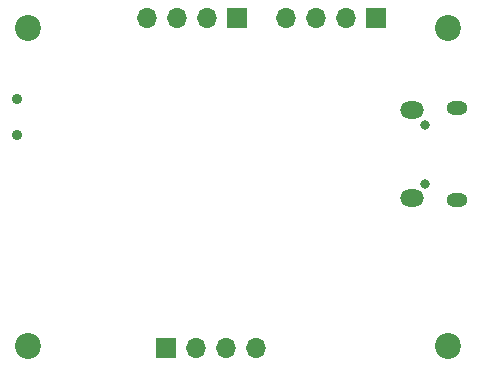
<source format=gbr>
%TF.GenerationSoftware,KiCad,Pcbnew,(6.0.10)*%
%TF.CreationDate,2023-01-15T22:26:48+05:30*%
%TF.ProjectId,Learning_1,4c656172-6e69-46e6-975f-312e6b696361,rev?*%
%TF.SameCoordinates,Original*%
%TF.FileFunction,Soldermask,Bot*%
%TF.FilePolarity,Negative*%
%FSLAX46Y46*%
G04 Gerber Fmt 4.6, Leading zero omitted, Abs format (unit mm)*
G04 Created by KiCad (PCBNEW (6.0.10)) date 2023-01-15 22:26:48*
%MOMM*%
%LPD*%
G01*
G04 APERTURE LIST*
%ADD10C,2.200000*%
%ADD11O,0.800000X0.800000*%
%ADD12O,2.000000X1.450000*%
%ADD13O,1.800000X1.150000*%
%ADD14R,1.700000X1.700000*%
%ADD15O,1.700000X1.700000*%
%ADD16C,0.900000*%
G04 APERTURE END LIST*
D10*
%TO.C,H1*%
X72644000Y-78232000D03*
%TD*%
%TO.C,H2*%
X108204000Y-78232000D03*
%TD*%
%TO.C,H4*%
X108204000Y-105156000D03*
%TD*%
D11*
%TO.C,J1*%
X106200000Y-91400000D03*
X106200000Y-86400000D03*
D12*
X105150000Y-92625000D03*
D13*
X108950000Y-92775000D03*
D12*
X105150000Y-85175000D03*
D13*
X108950000Y-85025000D03*
%TD*%
D14*
%TO.C,J2*%
X90300000Y-77400000D03*
D15*
X87760000Y-77400000D03*
X85220000Y-77400000D03*
X82680000Y-77400000D03*
%TD*%
D14*
%TO.C,J4*%
X84300000Y-105300000D03*
D15*
X86840000Y-105300000D03*
X89380000Y-105300000D03*
X91920000Y-105300000D03*
%TD*%
D16*
%TO.C,SW1*%
X71670000Y-87250000D03*
X71670000Y-84250000D03*
%TD*%
D14*
%TO.C,J3*%
X102080000Y-77400000D03*
D15*
X99540000Y-77400000D03*
X97000000Y-77400000D03*
X94460000Y-77400000D03*
%TD*%
D10*
%TO.C,H3*%
X72644000Y-105156000D03*
%TD*%
M02*

</source>
